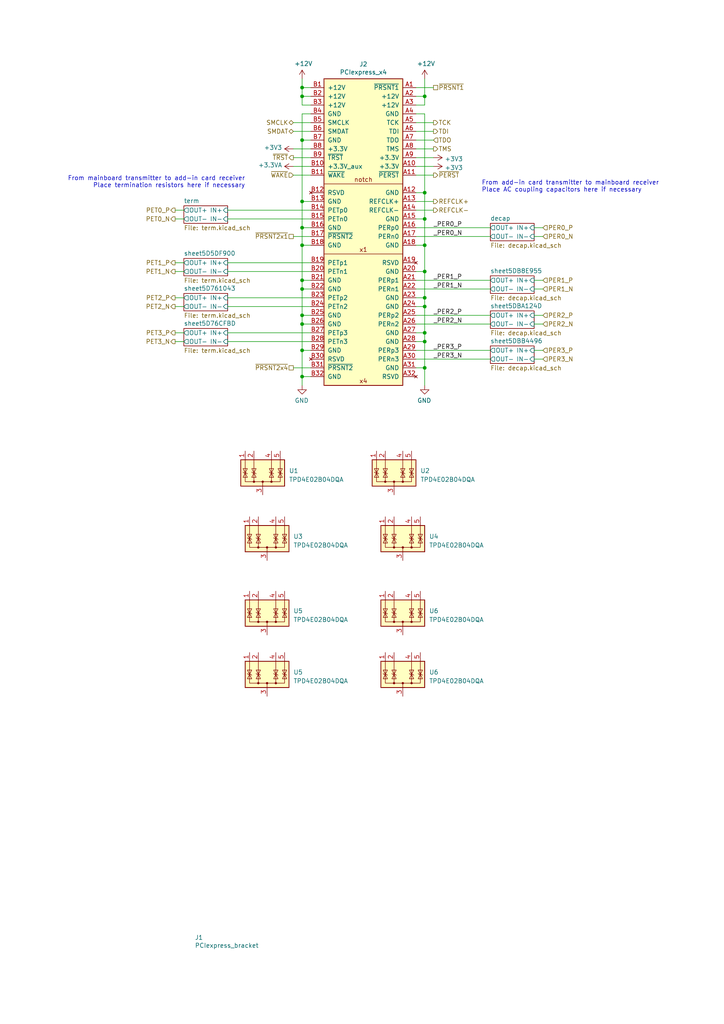
<source format=kicad_sch>
(kicad_sch (version 20221004) (generator eeschema)
  (paper "A4" portrait)
  (title_block (title "PCIexpress_x4_half") (company "Author: Luca Anastasio"))
  (lib_symbols
    (symbol "PCIexpress:PCIexpress_bracket" (pin_names (offset 1.016))
      (property "Reference" "J" (at 0 0 0))
      (property "Value" "PCIexpress_bracket" (at 0 0 0))
    )
    (symbol "PCIexpress:PCIexpress_x4" (pin_names (offset 1.016))
      (property "Reference" "J" (at 0 3.81 0))
      (property "Value" "PCIexpress_x4" (at 0 1.27 0))
      (symbol "PCIexpress_x4_0_0"
        (text "notch" (at 0 -29.21 0) (effects (font (size 1.27 1.27))))
        (text "x1" (at 0 -49.53 0) (effects (font (size 1.27 1.27))))
        (text "x4" (at 0 -87.63 0) (effects (font (size 1.27 1.27))))
      )
      (symbol "PCIexpress_x4_0_1"
        (polyline (pts (xy 11.43 -50.8) (xy -11.43 -50.8)))
        (polyline (pts (xy 11.43 -30.48) (xy -11.43 -30.48)))
      )
      (symbol "PCIexpress_x4_1_1"
        (rectangle (start 11.43 0) (end -11.43 -88.9) (stroke (width 0.254)) (fill (type background)))
        (pin passive line (at 15.24 -2.54 180) (length 3.81) (name "~{PRSNT1}") (number "A1"))
        (pin power_out line (at 15.24 -25.4 180) (length 3.81) (name "+3.3V") (number "A10"))
        (pin output line (at 15.24 -27.94 180) (length 3.81) (name "~{PERST}") (number "A11"))
        (pin power_out line (at 15.24 -33.02 180) (length 3.81) (name "GND") (number "A12"))
        (pin output line (at 15.24 -35.56 180) (length 3.81) (name "REFCLK+") (number "A13"))
        (pin output line (at 15.24 -38.1 180) (length 3.81) (name "REFCLK-") (number "A14"))
        (pin power_out line (at 15.24 -40.64 180) (length 3.81) (name "GND") (number "A15"))
        (pin input line (at 15.24 -43.18 180) (length 3.81) (name "PERp0") (number "A16"))
        (pin input line (at 15.24 -45.72 180) (length 3.81) (name "PERn0") (number "A17"))
        (pin power_out line (at 15.24 -48.26 180) (length 3.81) (name "GND") (number "A18"))
        (pin no_connect line (at 15.24 -53.34 180) (length 3.81) (name "RSVD") (number "A19"))
        (pin power_out line (at 15.24 -5.08 180) (length 3.81) (name "+12V") (number "A2"))
        (pin power_out line (at 15.24 -55.88 180) (length 3.81) (name "GND") (number "A20"))
        (pin input line (at 15.24 -58.42 180) (length 3.81) (name "PERp1") (number "A21"))
        (pin input line (at 15.24 -60.96 180) (length 3.81) (name "PERn1") (number "A22"))
        (pin power_out line (at 15.24 -63.5 180) (length 3.81) (name "GND") (number "A23"))
        (pin power_out line (at 15.24 -66.04 180) (length 3.81) (name "GND") (number "A24"))
        (pin input line (at 15.24 -68.58 180) (length 3.81) (name "PERp2") (number "A25"))
        (pin input line (at 15.24 -71.12 180) (length 3.81) (name "PERn2") (number "A26"))
        (pin power_out line (at 15.24 -73.66 180) (length 3.81) (name "GND") (number "A27"))
        (pin power_out line (at 15.24 -76.2 180) (length 3.81) (name "GND") (number "A28"))
        (pin input line (at 15.24 -78.74 180) (length 3.81) (name "PERp3") (number "A29"))
        (pin power_out line (at 15.24 -7.62 180) (length 3.81) (name "+12V") (number "A3"))
        (pin input line (at 15.24 -81.28 180) (length 3.81) (name "PERn3") (number "A30"))
        (pin power_out line (at 15.24 -83.82 180) (length 3.81) (name "GND") (number "A31"))
        (pin no_connect line (at 15.24 -86.36 180) (length 3.81) (name "RSVD") (number "A32"))
        (pin power_out line (at 15.24 -10.16 180) (length 3.81) (name "GND") (number "A4"))
        (pin output line (at 15.24 -12.7 180) (length 3.81) (name "TCK") (number "A5"))
        (pin output line (at 15.24 -15.24 180) (length 3.81) (name "TDI") (number "A6"))
        (pin input line (at 15.24 -17.78 180) (length 3.81) (name "TDO") (number "A7"))
        (pin output line (at 15.24 -20.32 180) (length 3.81) (name "TMS") (number "A8"))
        (pin power_out line (at 15.24 -22.86 180) (length 3.81) (name "+3.3V") (number "A9"))
        (pin power_out line (at -15.24 -2.54 0) (length 3.81) (name "+12V") (number "B1"))
        (pin power_out line (at -15.24 -25.4 0) (length 3.81) (name "+3.3V_aux") (number "B10"))
        (pin open_collector line (at -15.24 -27.94 0) (length 3.81) (name "~{WAKE}") (number "B11"))
        (pin no_connect line (at -15.24 -33.02 0) (length 3.81) (name "RSVD") (number "B12"))
        (pin power_out line (at -15.24 -35.56 0) (length 3.81) (name "GND") (number "B13"))
        (pin output line (at -15.24 -38.1 0) (length 3.81) (name "PETp0") (number "B14"))
        (pin output line (at -15.24 -40.64 0) (length 3.81) (name "PETn0") (number "B15"))
        (pin power_out line (at -15.24 -43.18 0) (length 3.81) (name "GND") (number "B16"))
        (pin passive line (at -15.24 -45.72 0) (length 3.81) (name "~{PRSNT2}") (number "B17"))
        (pin power_out line (at -15.24 -48.26 0) (length 3.81) (name "GND") (number "B18"))
        (pin output line (at -15.24 -53.34 0) (length 3.81) (name "PETp1") (number "B19"))
        (pin power_out line (at -15.24 -5.08 0) (length 3.81) (name "+12V") (number "B2"))
        (pin output line (at -15.24 -55.88 0) (length 3.81) (name "PETn1") (number "B20"))
        (pin power_out line (at -15.24 -58.42 0) (length 3.81) (name "GND") (number "B21"))
        (pin power_out line (at -15.24 -60.96 0) (length 3.81) (name "GND") (number "B22"))
        (pin output line (at -15.24 -63.5 0) (length 3.81) (name "PETp2") (number "B23"))
        (pin output line (at -15.24 -66.04 0) (length 3.81) (name "PETn2") (number "B24"))
        (pin power_out line (at -15.24 -68.58 0) (length 3.81) (name "GND") (number "B25"))
        (pin power_out line (at -15.24 -71.12 0) (length 3.81) (name "GND") (number "B26"))
        (pin output line (at -15.24 -73.66 0) (length 3.81) (name "PETp3") (number "B27"))
        (pin output line (at -15.24 -76.2 0) (length 3.81) (name "PETn3") (number "B28"))
        (pin power_out line (at -15.24 -78.74 0) (length 3.81) (name "GND") (number "B29"))
        (pin power_out line (at -15.24 -7.62 0) (length 3.81) (name "+12V") (number "B3"))
        (pin no_connect line (at -15.24 -81.28 0) (length 3.81) (name "RSVD") (number "B30"))
        (pin passive line (at -15.24 -83.82 0) (length 3.81) (name "~{PRSNT2}") (number "B31"))
        (pin power_out line (at -15.24 -86.36 0) (length 3.81) (name "GND") (number "B32"))
        (pin power_out line (at -15.24 -10.16 0) (length 3.81) (name "GND") (number "B4"))
        (pin open_collector line (at -15.24 -12.7 0) (length 3.81) (name "SMCLK") (number "B5"))
        (pin open_collector line (at -15.24 -15.24 0) (length 3.81) (name "SMDAT") (number "B6"))
        (pin power_out line (at -15.24 -17.78 0) (length 3.81) (name "GND") (number "B7"))
        (pin power_out line (at -15.24 -20.32 0) (length 3.81) (name "+3.3V") (number "B8"))
        (pin output line (at -15.24 -22.86 0) (length 3.81) (name "~{TRST}") (number "B9"))
      )
    )
    (symbol "Power_Protection:TPD4E02B04DQA" (pin_names hide)
      (property "Reference" "U" (at 7.62 3.81 0))
      (property "Value" "TPD4E02B04DQA" (at 7.62 1.905 0))
      (symbol "TPD4E02B04DQA_0_0"
        (pin passive line (at 0 -5.08 90) (length 2.54) (name "G") (number "3"))
      )
      (symbol "TPD4E02B04DQA_0_1"
        (rectangle (start -6.35 5.08) (end 6.35 -2.54) (stroke (width 0.254)) (fill (type background)))
        (circle (center 0 -1.27) (radius 0.254) (fill (type outline)))
        (polyline (pts (xy -2.54 5.08) (xy -2.54 -1.27)))
        (polyline (pts (xy 0 -1.27) (xy 0 -2.54)))
        (polyline (pts (xy 2.54 5.08) (xy 2.54 -1.27)))
        (polyline (pts (xy -5.08 5.08) (xy -5.08 -1.27) (xy 5.08 -1.27) (xy 5.08 5.08)))
        (polyline (pts (xy -4.445 0) (xy -5.715 0) (xy -5.08 1.27) (xy -4.445 0)))
        (polyline (pts (xy -3.175 1.524) (xy -2.921 1.27) (xy -2.159 1.27) (xy -1.905 1.016)))
        (polyline (pts (xy -2.54 1.27) (xy -1.905 0) (xy -3.175 0) (xy -2.54 1.27)))
        (polyline (pts (xy 2.54 1.27) (xy 1.905 0) (xy 3.175 0) (xy 2.54 1.27)))
        (polyline (pts (xy 5.08 1.27) (xy 4.445 0) (xy 5.715 0) (xy 5.08 1.27)))
        (circle (center 2.54 -1.27) (radius 0.254) (fill (type outline)))
      )
      (symbol "TPD4E02B04DQA_1_1"
        (circle (center -2.54 -1.27) (radius 0.254) (fill (type outline)))
        (polyline (pts (xy -5.715 1.524) (xy -5.461 1.27) (xy -4.699 1.27) (xy -4.445 1.016)))
        (polyline (pts (xy -5.08 1.27) (xy -5.715 2.54) (xy -4.445 2.54) (xy -5.08 1.27)))
        (polyline (pts (xy -2.54 1.27) (xy -3.175 2.54) (xy -1.905 2.54) (xy -2.54 1.27)))
        (polyline (pts (xy 1.905 1.524) (xy 2.159 1.27) (xy 2.921 1.27) (xy 3.175 1.016)))
        (polyline (pts (xy 2.54 1.27) (xy 1.905 2.54) (xy 3.175 2.54) (xy 2.54 1.27)))
        (polyline (pts (xy 4.445 1.524) (xy 4.699 1.27) (xy 5.461 1.27) (xy 5.715 1.016)))
        (polyline (pts (xy 5.08 1.27) (xy 4.445 2.54) (xy 5.715 2.54) (xy 5.08 1.27)))
        (pin passive line (at -5.08 7.62 270) (length 2.54) (name "IO1") (number "1"))
        (pin no_connect line (at -5.08 -2.54 90) (length 2.54) hide (name "NC") (number "10"))
        (pin passive line (at -2.54 7.62 270) (length 2.54) (name "IO2") (number "2"))
        (pin passive line (at 2.54 7.62 270) (length 2.54) (name "IO3") (number "4"))
        (pin passive line (at 5.08 7.62 270) (length 2.54) (name "IO4") (number "5"))
        (pin no_connect line (at 5.08 -2.54 90) (length 2.54) hide (name "NC") (number "6"))
        (pin no_connect line (at 2.54 -2.54 90) (length 2.54) hide (name "NC") (number "7"))
        (pin passive line (at 0 -5.08 90) (length 2.54) hide (name "G") (number "8"))
        (pin no_connect line (at -2.54 -2.54 90) (length 2.54) hide (name "NC") (number "9"))
      )
    )
    (symbol "power:+12V" (power) (pin_names (offset 0))
      (property "Value" "+12V" (at 0 3.556 0))
      (symbol "+12V_0_1"
        (polyline (pts (xy -0.762 1.27) (xy 0 2.54)))
        (polyline (pts (xy 0 0) (xy 0 2.54)))
        (polyline (pts (xy 0 2.54) (xy 0.762 1.27)))
      )
      (symbol "+12V_1_1"
        (pin power_in line (at 0 0 90) (length 0) hide (name "+12V") (number "1"))
      )
    )
    (symbol "power:+3.3V" (power) (pin_names (offset 0))
      (property "Value" "+3.3V" (at 0 3.556 0))
      (symbol "+3.3V_0_1"
        (polyline (pts (xy -0.762 1.27) (xy 0 2.54)))
        (polyline (pts (xy 0 0) (xy 0 2.54)))
        (polyline (pts (xy 0 2.54) (xy 0.762 1.27)))
      )
      (symbol "+3.3V_1_1"
        (pin power_in line (at 0 0 90) (length 0) hide (name "+3V3") (number "1"))
      )
    )
    (symbol "power:+3.3VA" (power) (pin_names (offset 0))
      (property "Value" "+3.3VA" (at 0 3.556 0))
      (symbol "+3.3VA_0_1"
        (polyline (pts (xy -0.762 1.27) (xy 0 2.54)))
        (polyline (pts (xy 0 0) (xy 0 2.54)))
        (polyline (pts (xy 0 2.54) (xy 0.762 1.27)))
      )
      (symbol "+3.3VA_1_1"
        (pin power_in line (at 0 0 90) (length 0) hide (name "+3.3VA") (number "1"))
      )
    )
    (symbol "power:GND" (power) (pin_names (offset 0))
      (property "Value" "GND" (at 0 -3.81 0))
      (symbol "GND_0_1"
        (polyline (pts (xy 0 0) (xy 0 -1.27) (xy 1.27 -1.27) (xy 0 -2.54) (xy -1.27 -1.27) (xy 0 -1.27)))
      )
      (symbol "GND_1_1"
        (pin power_in line (at 0 0 270) (length 0) hide (name "GND") (number "1"))
      )
    )
  )
  (junction (at 87.63 109.22))
  (junction (at 123.19 96.52))
  (junction (at 87.63 66.04))
  (junction (at 87.63 93.98))
  (junction (at 87.63 40.64))
  (junction (at 123.19 63.5))
  (junction (at 87.63 101.6))
  (junction (at 87.63 71.12))
  (junction (at 87.63 27.94))
  (junction (at 123.19 88.9))
  (junction (at 123.19 106.68))
  (junction (at 123.19 71.12))
  (junction (at 87.63 58.42))
  (junction (at 87.63 25.4))
  (junction (at 123.19 55.88))
  (junction (at 123.19 99.06))
  (junction (at 87.63 83.82))
  (junction (at 123.19 86.36))
  (junction (at 123.19 78.74))
  (junction (at 123.19 27.94))
  (junction (at 87.63 81.28))
  (junction (at 87.63 91.44))
  (wire (pts (xy 85.09 48.26) (xy 90.17 48.26)))
  (wire (pts (xy 85.09 38.1) (xy 90.17 38.1)))
  (wire (pts (xy 123.19 27.94) (xy 120.65 27.94)))
  (wire (pts (xy 66.04 99.06) (xy 90.17 99.06)))
  (wire (pts (xy 120.65 48.26) (xy 125.73 48.26)))
  (wire (pts (xy 90.17 83.82) (xy 87.63 83.82)))
  (wire (pts (xy 154.94 91.44) (xy 157.48 91.44)))
  (wire (pts (xy 50.8 99.06) (xy 53.34 99.06)))
  (wire (pts (xy 90.17 91.44) (xy 87.63 91.44)))
  (wire (pts (xy 120.65 99.06) (xy 123.19 99.06)))
  (wire (pts (xy 120.65 43.18) (xy 125.73 43.18)))
  (wire (pts (xy 90.17 30.48) (xy 87.63 30.48)))
  (wire (pts (xy 50.8 86.36) (xy 53.34 86.36)))
  (wire (pts (xy 85.09 43.18) (xy 90.17 43.18)))
  (wire (pts (xy 120.65 30.48) (xy 123.19 30.48)))
  (wire (pts (xy 87.63 81.28) (xy 87.63 71.12)))
  (wire (pts (xy 85.09 35.56) (xy 90.17 35.56)))
  (wire (pts (xy 120.65 93.98) (xy 142.24 93.98)))
  (wire (pts (xy 120.65 83.82) (xy 142.24 83.82)))
  (wire (pts (xy 87.63 83.82) (xy 87.63 81.28)))
  (wire (pts (xy 120.65 96.52) (xy 123.19 96.52)))
  (wire (pts (xy 120.65 91.44) (xy 142.24 91.44)))
  (wire (pts (xy 120.65 63.5) (xy 123.19 63.5)))
  (wire (pts (xy 154.94 93.98) (xy 157.48 93.98)))
  (wire (pts (xy 66.04 96.52) (xy 90.17 96.52)))
  (wire (pts (xy 90.17 68.58) (xy 85.09 68.58)))
  (wire (pts (xy 85.09 45.72) (xy 90.17 45.72)))
  (wire (pts (xy 85.09 50.8) (xy 90.17 50.8)))
  (wire (pts (xy 87.63 91.44) (xy 87.63 83.82)))
  (wire (pts (xy 123.19 96.52) (xy 123.19 99.06)))
  (wire (pts (xy 120.65 50.8) (xy 125.73 50.8)))
  (wire (pts (xy 90.17 81.28) (xy 87.63 81.28)))
  (wire (pts (xy 123.19 111.76) (xy 123.19 106.68)))
  (wire (pts (xy 123.19 71.12) (xy 123.19 78.74)))
  (wire (pts (xy 90.17 101.6) (xy 87.63 101.6)))
  (wire (pts (xy 123.19 33.02) (xy 120.65 33.02)))
  (wire (pts (xy 66.04 78.74) (xy 90.17 78.74)))
  (wire (pts (xy 87.63 71.12) (xy 87.63 66.04)))
  (wire (pts (xy 123.19 30.48) (xy 123.19 27.94)))
  (wire (pts (xy 90.17 58.42) (xy 87.63 58.42)))
  (wire (pts (xy 90.17 71.12) (xy 87.63 71.12)))
  (wire (pts (xy 50.8 78.74) (xy 53.34 78.74)))
  (wire (pts (xy 123.19 78.74) (xy 123.19 86.36)))
  (wire (pts (xy 123.19 33.02) (xy 123.19 55.88)))
  (wire (pts (xy 66.04 60.96) (xy 90.17 60.96)))
  (wire (pts (xy 66.04 86.36) (xy 90.17 86.36)))
  (wire (pts (xy 120.65 81.28) (xy 142.24 81.28)))
  (wire (pts (xy 120.65 104.14) (xy 142.24 104.14)))
  (wire (pts (xy 120.65 38.1) (xy 125.73 38.1)))
  (wire (pts (xy 87.63 101.6) (xy 87.63 93.98)))
  (wire (pts (xy 120.65 58.42) (xy 125.73 58.42)))
  (wire (pts (xy 87.63 58.42) (xy 87.63 40.64)))
  (wire (pts (xy 90.17 66.04) (xy 87.63 66.04)))
  (wire (pts (xy 50.8 60.96) (xy 53.34 60.96)))
  (wire (pts (xy 120.65 86.36) (xy 123.19 86.36)))
  (wire (pts (xy 120.65 78.74) (xy 123.19 78.74)))
  (wire (pts (xy 87.63 30.48) (xy 87.63 27.94)))
  (wire (pts (xy 154.94 83.82) (xy 157.48 83.82)))
  (wire (pts (xy 120.65 66.04) (xy 142.24 66.04)))
  (wire (pts (xy 66.04 63.5) (xy 90.17 63.5)))
  (wire (pts (xy 120.65 35.56) (xy 125.73 35.56)))
  (wire (pts (xy 120.65 55.88) (xy 123.19 55.88)))
  (wire (pts (xy 87.63 33.02) (xy 90.17 33.02)))
  (wire (pts (xy 154.94 101.6) (xy 157.48 101.6)))
  (wire (pts (xy 87.63 27.94) (xy 87.63 25.4)))
  (wire (pts (xy 87.63 109.22) (xy 87.63 101.6)))
  (wire (pts (xy 123.19 88.9) (xy 123.19 96.52)))
  (wire (pts (xy 120.65 60.96) (xy 125.73 60.96)))
  (wire (pts (xy 123.19 99.06) (xy 123.19 106.68)))
  (wire (pts (xy 87.63 66.04) (xy 87.63 58.42)))
  (wire (pts (xy 50.8 88.9) (xy 53.34 88.9)))
  (wire (pts (xy 123.19 63.5) (xy 123.19 71.12)))
  (wire (pts (xy 120.65 71.12) (xy 123.19 71.12)))
  (wire (pts (xy 123.19 86.36) (xy 123.19 88.9)))
  (wire (pts (xy 120.65 101.6) (xy 142.24 101.6)))
  (wire (pts (xy 66.04 88.9) (xy 90.17 88.9)))
  (wire (pts (xy 87.63 40.64) (xy 87.63 33.02)))
  (wire (pts (xy 87.63 93.98) (xy 87.63 91.44)))
  (wire (pts (xy 120.65 88.9) (xy 123.19 88.9)))
  (wire (pts (xy 50.8 96.52) (xy 53.34 96.52)))
  (wire (pts (xy 120.65 68.58) (xy 142.24 68.58)))
  (wire (pts (xy 154.94 66.04) (xy 157.48 66.04)))
  (wire (pts (xy 123.19 55.88) (xy 123.19 63.5)))
  (wire (pts (xy 90.17 109.22) (xy 87.63 109.22)))
  (wire (pts (xy 87.63 25.4) (xy 87.63 22.86)))
  (wire (pts (xy 123.19 22.86) (xy 123.19 27.94)))
  (wire (pts (xy 90.17 40.64) (xy 87.63 40.64)))
  (wire (pts (xy 120.65 45.72) (xy 125.73 45.72)))
  (wire (pts (xy 154.94 81.28) (xy 157.48 81.28)))
  (wire (pts (xy 66.04 76.2) (xy 90.17 76.2)))
  (wire (pts (xy 154.94 104.14) (xy 157.48 104.14)))
  (wire (pts (xy 87.63 27.94) (xy 90.17 27.94)))
  (wire (pts (xy 85.09 106.68) (xy 90.17 106.68)))
  (wire (pts (xy 87.63 111.76) (xy 87.63 109.22)))
  (wire (pts (xy 120.65 40.64) (xy 125.73 40.64)))
  (wire (pts (xy 50.8 76.2) (xy 53.34 76.2)))
  (wire (pts (xy 90.17 93.98) (xy 87.63 93.98)))
  (wire (pts (xy 120.65 106.68) (xy 123.19 106.68)))
  (wire (pts (xy 120.65 25.4) (xy 125.73 25.4)))
  (wire (pts (xy 90.17 25.4) (xy 87.63 25.4)))
  (wire (pts (xy 50.8 63.5) (xy 53.34 63.5)))
  (wire (pts (xy 154.94 68.58) (xy 157.48 68.58)))
  (text "From mainboard transmitter to add-in card receiver\nPlace termination resistors here if necessary" (at 71.12 54.61 0) (effects (font (size 1.27 1.27)) (justify right bottom)))
  (text "From add-in card transmitter to mainboard receiver\nPlace AC coupling capacitors here if necessary" (at 139.7 55.88 0) (effects (font (size 1.27 1.27)) (justify left bottom)))
  (label "_PER1_N" (at 125.73 83.82 0))
  (label "_PER0_P" (at 125.73 66.04 0))
  (label "_PER3_N" (at 125.73 104.14 0))
  (label "_PER3_P" (at 125.73 101.6 0))
  (label "_PER0_N" (at 125.73 68.58 0))
  (label "_PER2_P" (at 125.73 91.44 0))
  (label "_PER1_P" (at 125.73 81.28 0))
  (label "_PER2_N" (at 125.73 93.98 0))
  (hierarchical_label "PET3_N" (shape output) (at 50.8 99.06 180))
  (hierarchical_label "PER1_N" (shape input) (at 157.48 83.82 0))
  (hierarchical_label "REFCLK-" (shape output) (at 125.73 60.96 0))
  (hierarchical_label "PET1_N" (shape output) (at 50.8 78.74 180))
  (hierarchical_label "~{PERST}" (shape output) (at 125.73 50.8 0))
  (hierarchical_label "PET0_P" (shape output) (at 50.8 60.96 180))
  (hierarchical_label "~{PRSNT2x4}" (shape passive) (at 85.09 106.68 180))
  (hierarchical_label "TCK" (shape output) (at 125.73 35.56 0))
  (hierarchical_label "SMCLK" (shape bidirectional) (at 85.09 35.56 180))
  (hierarchical_label "PET1_P" (shape output) (at 50.8 76.2 180))
  (hierarchical_label "PER3_N" (shape input) (at 157.48 104.14 0))
  (hierarchical_label "PER2_P" (shape input) (at 157.48 91.44 0))
  (hierarchical_label "TDO" (shape input) (at 125.73 40.64 0))
  (hierarchical_label "PET2_P" (shape output) (at 50.8 86.36 180))
  (hierarchical_label "~{TRST}" (shape output) (at 85.09 45.72 180))
  (hierarchical_label "PER0_N" (shape input) (at 157.48 68.58 0))
  (hierarchical_label "PET2_N" (shape output) (at 50.8 88.9 180))
  (hierarchical_label "PER1_P" (shape input) (at 157.48 81.28 0))
  (hierarchical_label "TDI" (shape output) (at 125.73 38.1 0))
  (hierarchical_label "PER0_P" (shape input) (at 157.48 66.04 0))
  (hierarchical_label "REFCLK+" (shape output) (at 125.73 58.42 0))
  (hierarchical_label "PER3_P" (shape input) (at 157.48 101.6 0))
  (hierarchical_label "TMS" (shape output) (at 125.73 43.18 0))
  (hierarchical_label "PER2_N" (shape input) (at 157.48 93.98 0))
  (hierarchical_label "~{PRSNT2x1}" (shape passive) (at 85.09 68.58 180))
  (hierarchical_label "~{PRSNT1}" (shape passive) (at 125.73 25.4 0))
  (hierarchical_label "SMDAT" (shape bidirectional) (at 85.09 38.1 180))
  (hierarchical_label "PET3_P" (shape output) (at 50.8 96.52 180))
  (hierarchical_label "PET0_N" (shape output) (at 50.8 63.5 180))
  (hierarchical_label "~{WAKE}" (shape input) (at 85.09 50.8 180))
  (symbol (lib_id "PCIexpress:PCIexpress_x4") (at 105.41 22.86 0) (unit 1)
    (property "Reference" "J2" (at 105.41 18.6182 0))
    (property "Value" "PCIexpress_x4" (at 105.41 20.9296 0))
    (property "Footprint" "PCIexpress:PCIexpress_x4" (effects hide))
  )
  (symbol (lib_id "PCIexpress:PCIexpress_bracket") (at 55.88 273.05 0) (unit 1)
    (property "Reference" "J1" (at 56.515 271.8816 0) (effects (justify left)))
    (property "Value" "PCIexpress_bracket" (at 56.515 274.193 0) (effects (justify left)))
    (property "Footprint" "PCIexpress:PCIexpress_bracket_full" (effects hide))
  )
  (symbol (lib_id "power:GND") (at 87.63 111.76 0) (mirror y) (unit 1)
    (property "Reference" "#PWR0101" (effects hide))
    (property "Value" "GND" (at 87.503 116.1542 0))
  )
  (symbol (lib_id "power:GND") (at 123.19 111.76 0) (mirror y) (unit 1)
    (property "Reference" "#PWR0102" (effects hide))
    (property "Value" "GND" (at 123.063 116.1542 0))
  )
  (symbol (lib_id "power:+3.3V") (at 85.09 43.18 90) (unit 1)
    (property "Reference" "#PWR0103" (effects hide))
    (property "Value" "+3.3V" (at 81.8388 42.799 90) (effects (justify left)))
  )
  (symbol (lib_id "power:+3.3V") (at 125.73 45.72 270) (unit 1)
    (property "Reference" "#PWR0104" (effects hide))
    (property "Value" "+3.3V" (at 128.9812 46.101 90) (effects (justify left)))
  )
  (symbol (lib_id "power:+3.3V") (at 125.73 48.26 270) (unit 1)
    (property "Reference" "#PWR0105" (effects hide))
    (property "Value" "+3.3V" (at 128.9812 48.641 90) (effects (justify left)))
  )
  (symbol (lib_id "power:+3.3VA") (at 85.09 48.26 90) (unit 1)
    (property "Reference" "#PWR0106" (effects hide))
    (property "Value" "+3.3VA" (at 81.8642 47.879 90) (effects (justify left)))
  )
  (symbol (lib_id "power:+12V") (at 87.63 22.86 0) (unit 1)
    (property "Reference" "#PWR0122" (effects hide))
    (property "Value" "+12V" (at 88.011 18.4658 0))
  )
  (symbol (lib_id "power:+12V") (at 123.19 22.86 0) (unit 1)
    (property "Reference" "#PWR0108" (effects hide))
    (property "Value" "+12V" (at 123.571 18.4658 0))
  )
  (symbol (lib_id "Power_Protection:TPD4E02B04DQA") (at 116.84 196.85 0) (unit 1)
    (property "Reference" "U6" (at 124.46 194.945 0) (effects (justify left)))
    (property "Value" "TPD4E02B04DQA" (at 124.46 197.485 0) (effects (justify left)))
    (property "Footprint" "Package_SON:USON-10_2.5x1.0mm_P0.5mm" (effects hide))
    (property "Datasheet" "http://www.ti.com/lit/ds/symlink/tpd4e02b04.pdf" (effects hide))
    (instances (project "ULX4M-PCIe-IO_x4_half" (path "" (reference "U6") (unit 1) (value "TPD4E02B04DQA") (footprint "Package_SON:USON-10_2.5x1.0mm_P0.5mm")) (path "" (reference "U8") (unit 1) (value "TPD4E02B04DQA") (footprint "Package_SON:USON-10_2.5x1.0mm_P0.5mm"))))
  )
  (symbol (lib_id "Power_Protection:TPD4E02B04DQA") (at 114.3 138.43 0) (unit 1)
    (property "Reference" "U2" (at 121.92 136.525 0) (effects (justify left)))
    (property "Value" "TPD4E02B04DQA" (at 121.92 139.065 0) (effects (justify left)))
    (property "Footprint" "Package_SON:USON-10_2.5x1.0mm_P0.5mm" (effects hide))
    (property "Datasheet" "http://www.ti.com/lit/ds/symlink/tpd4e02b04.pdf" (effects hide))
  )
  (symbol (lib_id "Power_Protection:TPD4E02B04DQA") (at 77.47 179.07 0) (unit 1)
    (property "Reference" "U5" (at 85.09 177.165 0) (effects (justify left)))
    (property "Value" "TPD4E02B04DQA" (at 85.09 179.705 0) (effects (justify left)))
    (property "Footprint" "Package_SON:USON-10_2.5x1.0mm_P0.5mm" (effects hide))
    (property "Datasheet" "http://www.ti.com/lit/ds/symlink/tpd4e02b04.pdf" (effects hide))
  )
  (symbol (lib_id "Power_Protection:TPD4E02B04DQA") (at 76.2 138.43 0) (unit 1)
    (property "Reference" "U1" (at 83.82 136.525 0) (effects (justify left)))
    (property "Value" "TPD4E02B04DQA" (at 83.82 139.065 0) (effects (justify left)))
    (property "Footprint" "Package_SON:USON-10_2.5x1.0mm_P0.5mm" (effects hide))
    (property "Datasheet" "http://www.ti.com/lit/ds/symlink/tpd4e02b04.pdf" (effects hide))
  )
  (symbol (lib_id "Power_Protection:TPD4E02B04DQA") (at 77.47 196.85 0) (unit 1)
    (property "Reference" "U5" (at 85.09 194.945 0) (effects (justify left)))
    (property "Value" "TPD4E02B04DQA" (at 85.09 197.485 0) (effects (justify left)))
    (property "Footprint" "Package_SON:USON-10_2.5x1.0mm_P0.5mm" (effects hide))
    (property "Datasheet" "http://www.ti.com/lit/ds/symlink/tpd4e02b04.pdf" (effects hide))
    (instances (project "ULX4M-PCIe-IO_x4_half" (path "" (reference "U5") (unit 1) (value "TPD4E02B04DQA") (footprint "Package_SON:USON-10_2.5x1.0mm_P0.5mm")) (path "" (reference "U7") (unit 1) (value "TPD4E02B04DQA") (footprint "Package_SON:USON-10_2.5x1.0mm_P0.5mm"))))
  )
  (symbol (lib_id "Power_Protection:TPD4E02B04DQA") (at 116.84 157.48 0) (unit 1)
    (property "Reference" "U4" (at 124.46 155.575 0) (effects (justify left)))
    (property "Value" "TPD4E02B04DQA" (at 124.46 158.115 0) (effects (justify left)))
    (property "Footprint" "Package_SON:USON-10_2.5x1.0mm_P0.5mm" (effects hide))
    (property "Datasheet" "http://www.ti.com/lit/ds/symlink/tpd4e02b04.pdf" (effects hide))
  )
  (symbol (lib_id "Power_Protection:TPD4E02B04DQA") (at 77.47 157.48 0) (unit 1)
    (property "Reference" "U3" (at 85.09 155.575 0) (effects (justify left)))
    (property "Value" "TPD4E02B04DQA" (at 85.09 158.115 0) (effects (justify left)))
    (property "Footprint" "Package_SON:USON-10_2.5x1.0mm_P0.5mm" (effects hide))
    (property "Datasheet" "http://www.ti.com/lit/ds/symlink/tpd4e02b04.pdf" (effects hide))
  )
  (symbol (lib_id "Power_Protection:TPD4E02B04DQA") (at 116.84 179.07 0) (unit 1)
    (property "Reference" "U6" (at 124.46 177.165 0) (effects (justify left)))
    (property "Value" "TPD4E02B04DQA" (at 124.46 179.705 0) (effects (justify left)))
    (property "Footprint" "Package_SON:USON-10_2.5x1.0mm_P0.5mm" (effects hide))
    (property "Datasheet" "http://www.ti.com/lit/ds/symlink/tpd4e02b04.pdf" (effects hide))
  )
  (sheet (at 53.34 59.69) (size 12.7 5.08)
    (property "Sheetname" "term" (at 53.34 58.9784 0) (effects (justify left bottom)))
    (property "Sheetfile" "term.kicad_sch" (at 53.34 65.3546 0) (effects (justify left top)))
    (pin "IN+" input (at 66.04 60.96 0))
    (pin "IN-" input (at 66.04 63.5 0))
    (pin "OUT+" output (at 53.34 60.96 180))
    (pin "OUT-" output (at 53.34 63.5 180))
  )
  (sheet (at 53.34 74.93) (size 12.7 5.08)
    (property "Sheetname" "sheet5D5DF900" (at 53.34 74.2184 0) (effects (justify left bottom)))
    (property "Sheetfile" "term.kicad_sch" (at 53.34 80.5946 0) (effects (justify left top)))
    (pin "IN+" input (at 66.04 76.2 0))
    (pin "IN-" input (at 66.04 78.74 0))
    (pin "OUT+" output (at 53.34 76.2 180))
    (pin "OUT-" output (at 53.34 78.74 180))
  )
  (sheet (at 53.34 85.09) (size 12.7 5.08)
    (property "Sheetname" "sheet5D761043" (at 53.34 84.3784 0) (effects (justify left bottom)))
    (property "Sheetfile" "term.kicad_sch" (at 53.34 90.7546 0) (effects (justify left top)))
    (pin "IN+" input (at 66.04 86.36 0))
    (pin "IN-" input (at 66.04 88.9 0))
    (pin "OUT+" output (at 53.34 86.36 180))
    (pin "OUT-" output (at 53.34 88.9 180))
  )
  (sheet (at 53.34 95.25) (size 12.7 5.08)
    (property "Sheetname" "sheet5D76CFBD" (at 53.34 94.5384 0) (effects (justify left bottom)))
    (property "Sheetfile" "term.kicad_sch" (at 53.34 100.9146 0) (effects (justify left top)))
    (pin "IN+" input (at 66.04 96.52 0))
    (pin "IN-" input (at 66.04 99.06 0))
    (pin "OUT+" output (at 53.34 96.52 180))
    (pin "OUT-" output (at 53.34 99.06 180))
  )
  (sheet (at 142.24 64.77) (size 12.7 5.08)
    (property "Sheetname" "decap" (at 142.24 64.0584 0) (effects (justify left bottom)))
    (property "Sheetfile" "decap.kicad_sch" (at 142.24 70.4346 0) (effects (justify left top)))
    (pin "IN+" input (at 154.94 66.04 0))
    (pin "OUT+" output (at 142.24 66.04 180))
    (pin "OUT-" output (at 142.24 68.58 180))
    (pin "IN-" input (at 154.94 68.58 0))
  )
  (sheet (at 142.24 80.01) (size 12.7 5.08)
    (property "Sheetname" "sheet5DB8E955" (at 142.24 79.2984 0) (effects (justify left bottom)))
    (property "Sheetfile" "decap.kicad_sch" (at 142.24 85.6746 0) (effects (justify left top)))
    (pin "IN+" input (at 154.94 81.28 0))
    (pin "OUT+" output (at 142.24 81.28 180))
    (pin "OUT-" output (at 142.24 83.82 180))
    (pin "IN-" input (at 154.94 83.82 0))
  )
  (sheet (at 142.24 90.17) (size 12.7 5.08)
    (property "Sheetname" "sheet5DBA124D" (at 142.24 89.4584 0) (effects (justify left bottom)))
    (property "Sheetfile" "decap.kicad_sch" (at 142.24 95.8346 0) (effects (justify left top)))
    (pin "IN+" input (at 154.94 91.44 0))
    (pin "OUT+" output (at 142.24 91.44 180))
    (pin "OUT-" output (at 142.24 93.98 180))
    (pin "IN-" input (at 154.94 93.98 0))
  )
  (sheet (at 142.24 100.33) (size 12.7 5.08)
    (property "Sheetname" "sheet5DBB4496" (at 142.24 99.6184 0) (effects (justify left bottom)))
    (property "Sheetfile" "decap.kicad_sch" (at 142.24 105.9946 0) (effects (justify left top)))
    (pin "IN+" input (at 154.94 101.6 0))
    (pin "OUT+" output (at 142.24 101.6 180))
    (pin "OUT-" output (at 142.24 104.14 180))
    (pin "IN-" input (at 154.94 104.14 0))
  )
)
</source>
